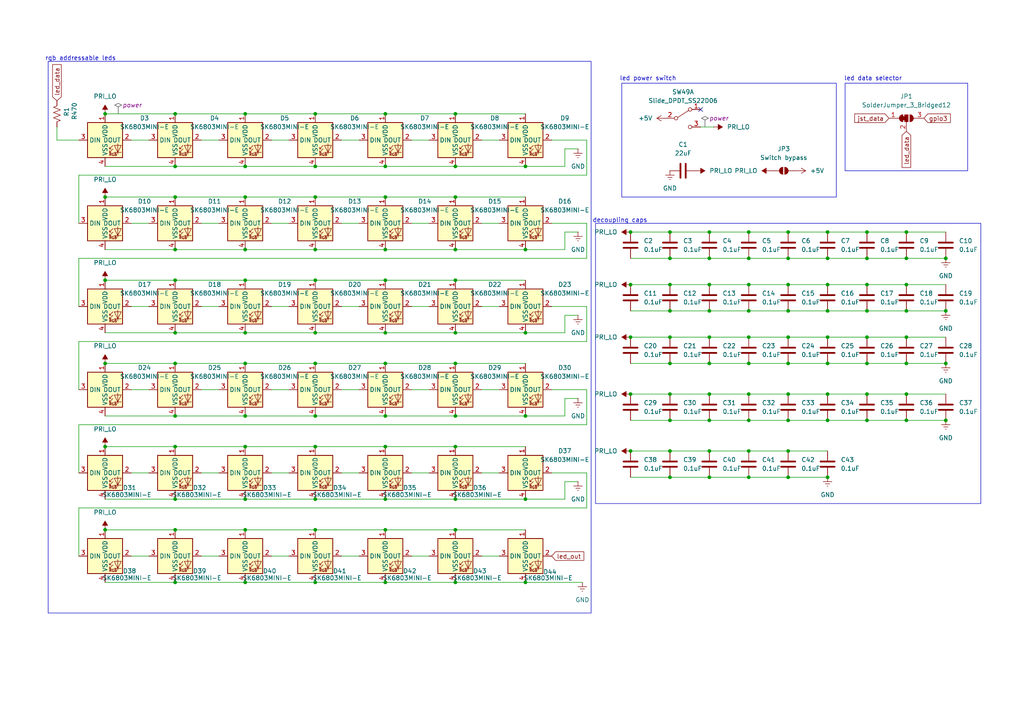
<source format=kicad_sch>
(kicad_sch (version 20231120) (generator "eeschema") (generator_version "8.0")
  (paper "A4")
  (title_block (title "coquette parpar led matrix") (date "2025-01-04") (rev "2.0"))
  (junction (at 30.48 33.02))
  (junction (at 262.89 114.3))
  (junction (at 50.8 105.41))
  (junction (at 262.89 97.79))
  (junction (at 132.08 168.91))
  (junction (at 91.44 33.02))
  (junction (at 111.76 48.26))
  (junction (at 111.76 120.65))
  (junction (at 262.89 67.31))
  (junction (at 251.46 82.55))
  (junction (at 217.17 130.81))
  (junction (at 132.08 144.78))
  (junction (at 152.4 96.52))
  (junction (at 91.44 168.91))
  (junction (at 205.74 74.93))
  (junction (at 262.89 121.92))
  (junction (at 152.4 144.78))
  (junction (at 240.03 138.43))
  (junction (at 205.74 90.17))
  (junction (at 251.46 74.93))
  (junction (at 91.44 153.67))
  (junction (at 182.88 130.81))
  (junction (at 205.74 67.31))
  (junction (at 228.6 138.43))
  (junction (at 71.12 81.28))
  (junction (at 205.74 105.41))
  (junction (at 217.17 90.17))
  (junction (at 50.8 72.39))
  (junction (at 71.12 129.54))
  (junction (at 217.17 82.55))
  (junction (at 30.48 81.28))
  (junction (at 262.89 82.55))
  (junction (at 30.48 129.54))
  (junction (at 194.31 130.81))
  (junction (at 132.08 105.41))
  (junction (at 228.6 114.3))
  (junction (at 228.6 130.81))
  (junction (at 274.32 90.17))
  (junction (at 194.31 97.79))
  (junction (at 228.6 90.17))
  (junction (at 111.76 33.02))
  (junction (at 194.31 67.31))
  (junction (at 50.8 96.52))
  (junction (at 132.08 129.54))
  (junction (at 251.46 121.92))
  (junction (at 71.12 105.41))
  (junction (at 240.03 74.93))
  (junction (at 71.12 153.67))
  (junction (at 217.17 97.79))
  (junction (at 71.12 72.39))
  (junction (at 262.89 74.93))
  (junction (at 228.6 97.79))
  (junction (at 50.8 33.02))
  (junction (at 132.08 120.65))
  (junction (at 262.89 105.41))
  (junction (at 111.76 105.41))
  (junction (at 217.17 121.92))
  (junction (at 194.31 74.93))
  (junction (at 228.6 67.31))
  (junction (at 274.32 74.93))
  (junction (at 194.31 121.92))
  (junction (at 111.76 153.67))
  (junction (at 194.31 105.41))
  (junction (at 274.32 105.41))
  (junction (at 240.03 97.79))
  (junction (at 111.76 72.39))
  (junction (at 91.44 81.28))
  (junction (at 194.31 90.17))
  (junction (at 217.17 114.3))
  (junction (at 182.88 82.55))
  (junction (at 205.74 130.81))
  (junction (at 91.44 120.65))
  (junction (at 251.46 97.79))
  (junction (at 132.08 96.52))
  (junction (at 152.4 72.39))
  (junction (at 251.46 90.17))
  (junction (at 91.44 129.54))
  (junction (at 50.8 120.65))
  (junction (at 228.6 82.55))
  (junction (at 240.03 82.55))
  (junction (at 182.88 67.31))
  (junction (at 217.17 67.31))
  (junction (at 91.44 96.52))
  (junction (at 71.12 120.65))
  (junction (at 205.74 82.55))
  (junction (at 251.46 67.31))
  (junction (at 111.76 81.28))
  (junction (at 71.12 168.91))
  (junction (at 91.44 105.41))
  (junction (at 274.32 121.92))
  (junction (at 132.08 48.26))
  (junction (at 152.4 48.26))
  (junction (at 111.76 144.78))
  (junction (at 228.6 105.41))
  (junction (at 205.74 114.3))
  (junction (at 152.4 120.65))
  (junction (at 111.76 96.52))
  (junction (at 217.17 74.93))
  (junction (at 132.08 33.02))
  (junction (at 132.08 81.28))
  (junction (at 50.8 153.67))
  (junction (at 71.12 57.15))
  (junction (at 132.08 72.39))
  (junction (at 50.8 81.28))
  (junction (at 50.8 144.78))
  (junction (at 217.17 105.41))
  (junction (at 182.88 114.3))
  (junction (at 132.08 153.67))
  (junction (at 240.03 114.3))
  (junction (at 50.8 129.54))
  (junction (at 217.17 138.43))
  (junction (at 111.76 57.15))
  (junction (at 50.8 57.15))
  (junction (at 91.44 48.26))
  (junction (at 182.88 97.79))
  (junction (at 194.31 138.43))
  (junction (at 71.12 48.26))
  (junction (at 30.48 105.41))
  (junction (at 205.74 138.43))
  (junction (at 205.74 97.79))
  (junction (at 132.08 57.15))
  (junction (at 71.12 96.52))
  (junction (at 240.03 67.31))
  (junction (at 262.89 90.17))
  (junction (at 251.46 105.41))
  (junction (at 91.44 72.39))
  (junction (at 194.31 82.55))
  (junction (at 240.03 105.41))
  (junction (at 240.03 121.92))
  (junction (at 50.8 48.26))
  (junction (at 152.4 168.91))
  (junction (at 71.12 144.78))
  (junction (at 251.46 114.3))
  (junction (at 194.31 114.3))
  (junction (at 50.8 168.91))
  (junction (at 71.12 33.02))
  (junction (at 228.6 74.93))
  (junction (at 240.03 90.17))
  (junction (at 91.44 57.15))
  (junction (at 111.76 129.54))
  (junction (at 30.48 153.67))
  (junction (at 30.48 57.15))
  (junction (at 205.74 121.92))
  (junction (at 228.6 121.92))
  (junction (at 111.76 168.91))
  (junction (at 91.44 144.78))
  (no_connect (at 203.2 31.75))
  (wire (pts (xy 240.03 90.17) (xy 251.46 90.17)))
  (wire (pts (xy 251.46 67.31) (xy 262.89 67.31)))
  (wire (pts (xy 132.08 57.15) (xy 152.4 57.15)))
  (wire (pts (xy 91.44 57.15) (xy 111.76 57.15)))
  (wire (pts (xy 167.64 91.44) (xy 163.83 91.44)))
  (wire (pts (xy 111.76 144.78) (xy 132.08 144.78)))
  (wire (pts (xy 217.17 138.43) (xy 228.6 138.43)))
  (wire (pts (xy 240.03 82.55) (xy 251.46 82.55)))
  (wire (pts (xy 228.6 82.55) (xy 240.03 82.55)))
  (wire (pts (xy 182.88 90.17) (xy 194.31 90.17)))
  (wire (pts (xy 50.8 48.26) (xy 71.12 48.26)))
  (wire (pts (xy 262.89 105.41) (xy 274.32 105.41)))
  (wire (pts (xy 111.76 48.26) (xy 132.08 48.26)))
  (wire (pts (xy 182.88 130.81) (xy 194.31 130.81)))
  (wire (pts (xy 30.48 81.28) (xy 50.8 81.28)))
  (wire (pts (xy 163.83 144.78) (xy 152.4 144.78)))
  (wire (pts (xy 91.44 81.28) (xy 111.76 81.28)))
  (wire (pts (xy 38.1 40.64) (xy 43.18 40.64)))
  (wire (pts (xy 152.4 168.91) (xy 132.08 168.91)))
  (wire (pts (xy 205.74 82.55) (xy 217.17 82.55)))
  (wire (pts (xy 71.12 57.15) (xy 91.44 57.15)))
  (wire (pts (xy 228.6 114.3) (xy 240.03 114.3)))
  (wire (pts (xy 38.1 64.77) (xy 43.18 64.77)))
  (wire (pts (xy 262.89 82.55) (xy 274.32 82.55)))
  (wire (pts (xy 50.8 120.65) (xy 71.12 120.65)))
  (wire (pts (xy 78.74 40.64) (xy 83.82 40.64)))
  (wire (pts (xy 111.76 105.41) (xy 132.08 105.41)))
  (wire (pts (xy 251.46 114.3) (xy 262.89 114.3)))
  (wire (pts (xy 217.17 67.31) (xy 228.6 67.31)))
  (wire (pts (xy 30.48 57.15) (xy 50.8 57.15)))
  (wire (pts (xy 71.12 48.26) (xy 91.44 48.26)))
  (wire (pts (xy 50.8 81.28) (xy 71.12 81.28)))
  (wire (pts (xy 50.8 96.52) (xy 71.12 96.52)))
  (wire (pts (xy 38.1 137.16) (xy 43.18 137.16)))
  (wire (pts (xy 91.44 129.54) (xy 111.76 129.54)))
  (wire (pts (xy 217.17 97.79) (xy 228.6 97.79)))
  (wire (pts (xy 170.18 74.93) (xy 22.86 74.93)))
  (wire (pts (xy 251.46 121.92) (xy 262.89 121.92)))
  (wire (pts (xy 194.31 121.92) (xy 205.74 121.92)))
  (wire (pts (xy 262.89 97.79) (xy 274.32 97.79)))
  (wire (pts (xy 111.76 168.91) (xy 91.44 168.91)))
  (wire (pts (xy 170.18 147.32) (xy 22.86 147.32)))
  (wire (pts (xy 50.8 57.15) (xy 71.12 57.15)))
  (wire (pts (xy 71.12 153.67) (xy 91.44 153.67)))
  (wire (pts (xy 71.12 72.39) (xy 91.44 72.39)))
  (wire (pts (xy 132.08 168.91) (xy 111.76 168.91)))
  (wire (pts (xy 99.06 88.9) (xy 104.14 88.9)))
  (wire (pts (xy 50.8 129.54) (xy 71.12 129.54)))
  (wire (pts (xy 119.38 137.16) (xy 124.46 137.16)))
  (wire (pts (xy 91.44 72.39) (xy 111.76 72.39)))
  (wire (pts (xy 194.31 67.31) (xy 205.74 67.31)))
  (wire (pts (xy 58.42 88.9) (xy 63.5 88.9)))
  (wire (pts (xy 262.89 74.93) (xy 274.32 74.93)))
  (wire (pts (xy 111.76 33.02) (xy 132.08 33.02)))
  (wire (pts (xy 163.83 115.57) (xy 163.83 120.65)))
  (wire (pts (xy 163.83 72.39) (xy 152.4 72.39)))
  (wire (pts (xy 30.48 72.39) (xy 50.8 72.39)))
  (wire (pts (xy 182.88 114.3) (xy 194.31 114.3)))
  (wire (pts (xy 111.76 72.39) (xy 132.08 72.39)))
  (wire (pts (xy 163.83 91.44) (xy 163.83 96.52)))
  (wire (pts (xy 99.06 113.03) (xy 104.14 113.03)))
  (wire (pts (xy 170.18 123.19) (xy 22.86 123.19)))
  (wire (pts (xy 163.83 120.65) (xy 152.4 120.65)))
  (wire (pts (xy 16.51 40.64) (xy 22.86 40.64)))
  (wire (pts (xy 170.18 88.9) (xy 160.02 88.9)))
  (wire (pts (xy 228.6 74.93) (xy 240.03 74.93)))
  (wire (pts (xy 78.74 161.29) (xy 83.82 161.29)))
  (wire (pts (xy 182.88 138.43) (xy 194.31 138.43)))
  (wire (pts (xy 182.88 121.92) (xy 194.31 121.92)))
  (wire (pts (xy 205.74 74.93) (xy 217.17 74.93)))
  (wire (pts (xy 228.6 105.41) (xy 240.03 105.41)))
  (wire (pts (xy 111.76 120.65) (xy 132.08 120.65)))
  (wire (pts (xy 30.48 48.26) (xy 50.8 48.26)))
  (wire (pts (xy 163.83 139.7) (xy 163.83 144.78)))
  (wire (pts (xy 170.18 113.03) (xy 160.02 113.03)))
  (wire (pts (xy 71.12 33.02) (xy 91.44 33.02)))
  (wire (pts (xy 119.38 88.9) (xy 124.46 88.9)))
  (wire (pts (xy 50.8 168.91) (xy 71.12 168.91)))
  (wire (pts (xy 251.46 82.55) (xy 262.89 82.55)))
  (wire (pts (xy 228.6 130.81) (xy 240.03 130.81)))
  (wire (pts (xy 119.38 40.64) (xy 124.46 40.64)))
  (wire (pts (xy 240.03 97.79) (xy 251.46 97.79)))
  (wire (pts (xy 170.18 137.16) (xy 160.02 137.16)))
  (wire (pts (xy 262.89 90.17) (xy 274.32 90.17)))
  (wire (pts (xy 111.76 81.28) (xy 132.08 81.28)))
  (wire (pts (xy 111.76 153.67) (xy 132.08 153.67)))
  (wire (pts (xy 91.44 144.78) (xy 111.76 144.78)))
  (wire (pts (xy 119.38 161.29) (xy 124.46 161.29)))
  (wire (pts (xy 132.08 33.02) (xy 152.4 33.02)))
  (wire (pts (xy 240.03 74.93) (xy 251.46 74.93)))
  (wire (pts (xy 139.7 137.16) (xy 144.78 137.16)))
  (wire (pts (xy 207.01 36.83) (xy 203.2 36.83)))
  (wire (pts (xy 139.7 88.9) (xy 144.78 88.9)))
  (wire (pts (xy 99.06 64.77) (xy 104.14 64.77)))
  (wire (pts (xy 182.88 105.41) (xy 194.31 105.41)))
  (wire (pts (xy 78.74 137.16) (xy 83.82 137.16)))
  (wire (pts (xy 111.76 57.15) (xy 132.08 57.15)))
  (wire (pts (xy 71.12 105.41) (xy 91.44 105.41)))
  (wire (pts (xy 119.38 113.03) (xy 124.46 113.03)))
  (wire (pts (xy 163.83 67.31) (xy 163.83 72.39)))
  (wire (pts (xy 30.48 144.78) (xy 50.8 144.78)))
  (wire (pts (xy 91.44 48.26) (xy 111.76 48.26)))
  (wire (pts (xy 71.12 129.54) (xy 91.44 129.54)))
  (wire (pts (xy 58.42 137.16) (xy 63.5 137.16)))
  (wire (pts (xy 240.03 67.31) (xy 251.46 67.31)))
  (wire (pts (xy 139.7 64.77) (xy 144.78 64.77)))
  (wire (pts (xy 111.76 96.52) (xy 132.08 96.52)))
  (wire (pts (xy 205.74 121.92) (xy 217.17 121.92)))
  (wire (pts (xy 132.08 105.41) (xy 152.4 105.41)))
  (wire (pts (xy 58.42 113.03) (xy 63.5 113.03)))
  (wire (pts (xy 22.86 50.8) (xy 22.86 64.77)))
  (wire (pts (xy 205.74 130.81) (xy 217.17 130.81)))
  (wire (pts (xy 170.18 88.9) (xy 170.18 99.06)))
  (wire (pts (xy 194.31 74.93) (xy 205.74 74.93)))
  (wire (pts (xy 71.12 120.65) (xy 91.44 120.65)))
  (wire (pts (xy 132.08 144.78) (xy 152.4 144.78)))
  (wire (pts (xy 58.42 64.77) (xy 63.5 64.77)))
  (wire (pts (xy 194.31 90.17) (xy 205.74 90.17)))
  (wire (pts (xy 30.48 105.41) (xy 50.8 105.41)))
  (wire (pts (xy 132.08 72.39) (xy 152.4 72.39)))
  (wire (pts (xy 262.89 121.92) (xy 274.32 121.92)))
  (wire (pts (xy 217.17 114.3) (xy 228.6 114.3)))
  (wire (pts (xy 91.44 153.67) (xy 111.76 153.67)))
  (wire (pts (xy 170.18 40.64) (xy 160.02 40.64)))
  (wire (pts (xy 22.86 74.93) (xy 22.86 88.9)))
  (wire (pts (xy 71.12 96.52) (xy 91.44 96.52)))
  (wire (pts (xy 91.44 105.41) (xy 111.76 105.41)))
  (wire (pts (xy 132.08 48.26) (xy 152.4 48.26)))
  (wire (pts (xy 205.74 114.3) (xy 217.17 114.3)))
  (wire (pts (xy 50.8 72.39) (xy 71.12 72.39)))
  (wire (pts (xy 182.88 67.31) (xy 194.31 67.31)))
  (wire (pts (xy 78.74 88.9) (xy 83.82 88.9)))
  (wire (pts (xy 119.38 64.77) (xy 124.46 64.77)))
  (wire (pts (xy 78.74 113.03) (xy 83.82 113.03)))
  (wire (pts (xy 182.88 97.79) (xy 194.31 97.79)))
  (wire (pts (xy 194.31 82.55) (xy 205.74 82.55)))
  (wire (pts (xy 50.8 144.78) (xy 71.12 144.78)))
  (wire (pts (xy 205.74 67.31) (xy 217.17 67.31)))
  (wire (pts (xy 163.83 48.26) (xy 152.4 48.26)))
  (wire (pts (xy 194.31 114.3) (xy 205.74 114.3)))
  (wire (pts (xy 240.03 114.3) (xy 251.46 114.3)))
  (wire (pts (xy 205.74 105.41) (xy 217.17 105.41)))
  (wire (pts (xy 132.08 96.52) (xy 152.4 96.52)))
  (wire (pts (xy 99.06 40.64) (xy 104.14 40.64)))
  (wire (pts (xy 132.08 129.54) (xy 152.4 129.54)))
  (wire (pts (xy 228.6 121.92) (xy 240.03 121.92)))
  (wire (pts (xy 194.31 138.43) (xy 205.74 138.43)))
  (wire (pts (xy 194.31 130.81) (xy 205.74 130.81)))
  (wire (pts (xy 228.6 97.79) (xy 240.03 97.79)))
  (wire (pts (xy 240.03 138.43) (xy 228.6 138.43)))
  (wire (pts (xy 182.88 82.55) (xy 194.31 82.55)))
  (wire (pts (xy 132.08 153.67) (xy 152.4 153.67)))
  (wire (pts (xy 50.8 33.02) (xy 71.12 33.02)))
  (wire (pts (xy 22.86 123.19) (xy 22.86 137.16)))
  (wire (pts (xy 99.06 137.16) (xy 104.14 137.16)))
  (wire (pts (xy 30.48 96.52) (xy 50.8 96.52)))
  (wire (pts (xy 217.17 90.17) (xy 228.6 90.17)))
  (wire (pts (xy 99.06 161.29) (xy 104.14 161.29)))
  (wire (pts (xy 251.46 90.17) (xy 262.89 90.17)))
  (wire (pts (xy 170.18 99.06) (xy 22.86 99.06)))
  (wire (pts (xy 30.48 33.02) (xy 50.8 33.02)))
  (wire (pts (xy 71.12 144.78) (xy 91.44 144.78)))
  (wire (pts (xy 217.17 105.41) (xy 228.6 105.41)))
  (wire (pts (xy 167.64 115.57) (xy 163.83 115.57)))
  (wire (pts (xy 38.1 88.9) (xy 43.18 88.9)))
  (wire (pts (xy 251.46 97.79) (xy 262.89 97.79)))
  (wire (pts (xy 139.7 161.29) (xy 144.78 161.29)))
  (wire (pts (xy 170.18 64.77) (xy 170.18 74.93)))
  (wire (pts (xy 217.17 130.81) (xy 228.6 130.81)))
  (wire (pts (xy 91.44 33.02) (xy 111.76 33.02)))
  (wire (pts (xy 30.48 120.65) (xy 50.8 120.65)))
  (wire (pts (xy 240.03 105.41) (xy 251.46 105.41)))
  (wire (pts (xy 16.51 36.83) (xy 16.51 40.64)))
  (wire (pts (xy 167.64 139.7) (xy 163.83 139.7)))
  (wire (pts (xy 182.88 74.93) (xy 194.31 74.93)))
  (wire (pts (xy 217.17 74.93) (xy 228.6 74.93)))
  (wire (pts (xy 30.48 168.91) (xy 50.8 168.91)))
  (wire (pts (xy 167.64 67.31) (xy 163.83 67.31)))
  (wire (pts (xy 91.44 168.91) (xy 71.12 168.91)))
  (wire (pts (xy 194.31 97.79) (xy 205.74 97.79)))
  (wire (pts (xy 194.31 105.41) (xy 205.74 105.41)))
  (wire (pts (xy 30.48 129.54) (xy 50.8 129.54)))
  (wire (pts (xy 78.74 64.77) (xy 83.82 64.77)))
  (wire (pts (xy 167.64 43.18) (xy 163.83 43.18)))
  (wire (pts (xy 205.74 90.17) (xy 217.17 90.17)))
  (wire (pts (xy 251.46 74.93) (xy 262.89 74.93)))
  (wire (pts (xy 22.86 99.06) (xy 22.86 113.03)))
  (wire (pts (xy 139.7 40.64) (xy 144.78 40.64)))
  (wire (pts (xy 251.46 105.41) (xy 262.89 105.41)))
  (wire (pts (xy 168.91 168.91) (xy 152.4 168.91)))
  (wire (pts (xy 38.1 113.03) (xy 43.18 113.03)))
  (wire (pts (xy 111.76 129.54) (xy 132.08 129.54)))
  (wire (pts (xy 217.17 121.92) (xy 228.6 121.92)))
  (wire (pts (xy 58.42 40.64) (xy 63.5 40.64)))
  (wire (pts (xy 132.08 81.28) (xy 152.4 81.28)))
  (wire (pts (xy 205.74 97.79) (xy 217.17 97.79)))
  (wire (pts (xy 22.86 147.32) (xy 22.86 161.29)))
  (wire (pts (xy 170.18 40.64) (xy 170.18 50.8)))
  (wire (pts (xy 262.89 67.31) (xy 274.32 67.31)))
  (wire (pts (xy 163.83 96.52) (xy 152.4 96.52)))
  (wire (pts (xy 228.6 90.17) (xy 240.03 90.17)))
  (wire (pts (xy 50.8 105.41) (xy 71.12 105.41)))
  (wire (pts (xy 132.08 120.65) (xy 152.4 120.65)))
  (wire (pts (xy 170.18 137.16) (xy 170.18 147.32)))
  (wire (pts (xy 71.12 81.28) (xy 91.44 81.28)))
  (wire (pts (xy 240.03 121.92) (xy 251.46 121.92)))
  (wire (pts (xy 228.6 67.31) (xy 240.03 67.31)))
  (wire (pts (xy 170.18 113.03) (xy 170.18 123.19)))
  (wire (pts (xy 217.17 82.55) (xy 228.6 82.55)))
  (wire (pts (xy 38.1 161.29) (xy 43.18 161.29)))
  (wire (pts (xy 139.7 113.03) (xy 144.78 113.03)))
  (wire (pts (xy 91.44 96.52) (xy 111.76 96.52)))
  (wire (pts (xy 58.42 161.29) (xy 63.5 161.29)))
  (wire (pts (xy 50.8 153.67) (xy 71.12 153.67)))
  (wire (pts (xy 163.83 43.18) (xy 163.83 48.26)))
  (wire (pts (xy 205.74 138.43) (xy 217.17 138.43)))
  (wire (pts (xy 170.18 64.77) (xy 160.02 64.77)))
  (wire (pts (xy 30.48 153.67) (xy 50.8 153.67)))
  (wire (pts (xy 91.44 120.65) (xy 111.76 120.65)))
  (wire (pts (xy 170.18 50.8) (xy 22.86 50.8)))
  (wire (pts (xy 262.89 114.3) (xy 274.32 114.3)))
  (rectangle (start 245.11 24.13) (end 280.67 49.53))
  (rectangle (start 172.72 64.77) (end 284.48 146.05))
  (rectangle (start 13.97 17.78) (end 171.45 177.8))
  (rectangle (start 180.34 24.13) (end 242.57 57.15))
  (text "decoupling caps" (at 179.832 64.008 0) (effects (font (size 1.27 1.27))))
  (text "led data selector" (at 253.238 22.86 0) (effects (font (size 1.27 1.27))))
  (text "led power switch" (at 187.96 22.86 0) (effects (font (size 1.27 1.27))))
  (text "rgb addressable leds" (at 23.368 17.018 0) (effects (font (size 1.27 1.27))))
  (global_label "gpio3" (shape input) (at 267.97 34.29 0) (property "Intersheetrefs" "${INTERSHEET_REFS}" (effects (hide yes))))
  (global_label "led_data" (shape input) (at 262.89 38.1 270) (property "Intersheetrefs" "${INTERSHEET_REFS}" (effects (hide yes))))
  (global_label "led_out" (shape input) (at 160.02 161.29 0) (property "Intersheetrefs" "${INTERSHEET_REFS}" (effects (hide yes))))
  (global_label "jst_data" (shape input) (at 257.81 34.29 180) (property "Intersheetrefs" "${INTERSHEET_REFS}" (effects (hide yes))))
  (global_label "led_data" (shape input) (at 16.51 29.21 90) (property "Intersheetrefs" "${INTERSHEET_REFS}" (effects (hide yes))))
  (netclass_flag "" (length 2.54) (shape diamond) (at 204.47 36.83 0) (property "Netclass" "power" (at 205.6765 34.29 0) (effects (font (italic yes)) (justify left))))
  (netclass_flag "" (length 2.54) (shape diamond) (at 34.29 33.02 0) (property "Netclass" "power" (at 35.4965 30.48 0) (effects (font (italic yes)) (justify left))))
  (symbol (lib_id "marbastlib-various:SK6812MINI-E") (at 132.08 40.64 0) (unit 1)
    (property "Reference" "D8" (at 143.51 34.2613 0))
    (property "Value" "SK6803MINI-E" (at 143.51 36.8013 0))
    (property "Footprint" "marbastlib-various:LED_6028R" (effects (hide yes)))
    (property "Datasheet" "https://cdn-shop.adafruit.com/product-files/2686/SK6812MINI_REV.01-1-2.pdf" (effects (hide yes)))
    (property "Description" "Reverse mount adressable LED (WS2812 protocol)" (effects (hide yes)))
  )
  (symbol (lib_id "marbastlib-various:SK6812MINI-E") (at 91.44 40.64 0) (unit 1)
    (property "Reference" "D6" (at 102.87 34.2613 0))
    (property "Value" "SK6803MINI-E" (at 102.87 36.8013 0))
    (property "Footprint" "marbastlib-various:LED_6028R" (effects (hide yes)))
    (property "Datasheet" "https://cdn-shop.adafruit.com/product-files/2686/SK6812MINI_REV.01-1-2.pdf" (effects (hide yes)))
    (property "Description" "Reverse mount adressable LED (WS2812 protocol)" (effects (hide yes)))
  )
  (symbol (lib_id "Device:C") (at 240.03 86.36 0) (mirror y) (unit 1)
    (property "Reference" "C16" (at 243.84 85.0899 0) (effects (justify right)))
    (property "Value" "0.1uF" (at 243.84 87.6299 0) (effects (justify right)))
    (property "Footprint" "Capacitor_SMD:C_0805_2012Metric" (effects (hide yes)))
    (property "Description" "Unpolarized capacitor" (effects (hide yes)))
  )
  (symbol (lib_id "Device:C") (at 205.74 118.11 0) (unit 1)
    (property "Reference" "C31" (at 209.55 116.8399 0) (effects (justify left)))
    (property "Value" "0.1uF" (at 209.55 119.3799 0) (effects (justify left)))
    (property "Footprint" "Capacitor_SMD:C_0805_2012Metric" (effects (hide yes)))
    (property "Description" "Unpolarized capacitor" (effects (hide yes)))
  )
  (symbol (lib_id "marbastlib-various:SK6812MINI-E") (at 132.08 64.77 0) (unit 1)
    (property "Reference" "D15" (at 143.51 58.3913 0))
    (property "Value" "SK6803MINI-E" (at 143.51 60.9313 0))
    (property "Footprint" "marbastlib-various:LED_6028R" (effects (hide yes)))
    (property "Datasheet" "https://cdn-shop.adafruit.com/product-files/2686/SK6812MINI_REV.01-1-2.pdf" (effects (hide yes)))
    (property "Description" "Reverse mount adressable LED (WS2812 protocol)" (effects (hide yes)))
  )
  (symbol (lib_id "marbastlib-various:SK6812MINI-E") (at 71.12 88.9 0) (unit 1)
    (property "Reference" "D19" (at 82.55 82.5213 0))
    (property "Value" "SK6803MINI-E" (at 82.55 85.0613 0))
    (property "Footprint" "marbastlib-various:LED_6028R" (effects (hide yes)))
    (property "Datasheet" "https://cdn-shop.adafruit.com/product-files/2686/SK6812MINI_REV.01-1-2.pdf" (effects (hide yes)))
    (property "Description" "Reverse mount adressable LED (WS2812 protocol)" (effects (hide yes)))
  )
  (symbol (lib_id "marbastlib-various:SK6812MINI-E") (at 132.08 113.03 0) (unit 1)
    (property "Reference" "D29" (at 143.51 106.6513 0))
    (property "Value" "SK6803MINI-E" (at 143.51 109.1913 0))
    (property "Footprint" "marbastlib-various:LED_6028R" (effects (hide yes)))
    (property "Datasheet" "https://cdn-shop.adafruit.com/product-files/2686/SK6812MINI_REV.01-1-2.pdf" (effects (hide yes)))
    (property "Description" "Reverse mount adressable LED (WS2812 protocol)" (effects (hide yes)))
  )
  (symbol (lib_id "power:PRI_LO") (at 30.48 153.67 0) (unit 1)
    (property "Reference" "#PWR053" (effects (hide yes)))
    (property "Value" "PRI_LO" (at 30.48 148.59 0))
    (property "Description" "Power symbol creates a global label with name \"PRI_LO\"" (effects (hide yes)))
  )
  (symbol (lib_id "power:Earth") (at 168.91 168.91 0) (unit 1)
    (property "Reference" "#PWR054" (effects (hide yes)))
    (property "Value" "GND" (at 168.91 173.99 0))
    (property "Description" "Power symbol creates a global label with name \"Earth\"" (effects (hide yes)))
  )
  (symbol (lib_id "Device:C") (at 228.6 134.62 0) (unit 1)
    (property "Reference" "C42" (at 232.41 133.3499 0) (effects (justify left)))
    (property "Value" "0.1uF" (at 232.41 135.8899 0) (effects (justify left)))
    (property "Footprint" "Capacitor_SMD:C_0805_2012Metric" (effects (hide yes)))
    (property "Description" "Unpolarized capacitor" (effects (hide yes)))
  )
  (symbol (lib_id "marbastlib-various:SK6812MINI-E") (at 152.4 88.9 0) (unit 1)
    (property "Reference" "D23" (at 163.83 82.5213 0))
    (property "Value" "SK6803MINI-E" (at 163.83 85.0613 0))
    (property "Footprint" "marbastlib-various:LED_6028R" (effects (hide yes)))
    (property "Datasheet" "https://cdn-shop.adafruit.com/product-files/2686/SK6812MINI_REV.01-1-2.pdf" (effects (hide yes)))
    (property "Description" "Reverse mount adressable LED (WS2812 protocol)" (effects (hide yes)))
  )
  (symbol (lib_id "marbastlib-various:SK6812MINI-E") (at 71.12 137.16 0) (unit 1)
    (property "Reference" "D33" (at 78.232 141.478 0))
    (property "Value" "SK6803MINI-E" (at 77.47 143.51 0))
    (property "Footprint" "marbastlib-various:LED_6028R" (effects (hide yes)))
    (property "Datasheet" "https://cdn-shop.adafruit.com/product-files/2686/SK6812MINI_REV.01-1-2.pdf" (effects (hide yes)))
    (property "Description" "Reverse mount adressable LED (WS2812 protocol)" (effects (hide yes)))
  )
  (symbol (lib_id "Device:C") (at 217.17 71.12 0) (mirror y) (unit 1)
    (property "Reference" "C5" (at 220.98 69.8499 0) (effects (justify right)))
    (property "Value" "0.1uF" (at 220.98 72.3899 0) (effects (justify right)))
    (property "Footprint" "Capacitor_SMD:C_0805_2012Metric" (effects (hide yes)))
    (property "Description" "Unpolarized capacitor" (effects (hide yes)))
  )
  (symbol (lib_id "Device:C") (at 182.88 86.36 0) (mirror y) (unit 1)
    (property "Reference" "C11" (at 186.69 85.0899 0) (effects (justify right)))
    (property "Value" "0.1uF" (at 186.69 87.6299 0) (effects (justify right)))
    (property "Footprint" "Capacitor_SMD:C_0805_2012Metric" (effects (hide yes)))
    (property "Description" "Unpolarized capacitor" (effects (hide yes)))
  )
  (symbol (lib_id "Device:C") (at 182.88 71.12 0) (mirror y) (unit 1)
    (property "Reference" "C2" (at 186.69 69.8499 0) (effects (justify right)))
    (property "Value" "0.1uF" (at 186.69 72.3899 0) (effects (justify right)))
    (property "Footprint" "Capacitor_SMD:C_0805_2012Metric" (effects (hide yes)))
    (property "Description" "Unpolarized capacitor" (effects (hide yes)))
  )
  (symbol (lib_id "Device:C") (at 228.6 71.12 0) (mirror y) (unit 1)
    (property "Reference" "C6" (at 232.41 69.8499 0) (effects (justify right)))
    (property "Value" "0.1uF" (at 232.41 72.3899 0) (effects (justify right)))
    (property "Footprint" "Capacitor_SMD:C_0805_2012Metric" (effects (hide yes)))
    (property "Description" "Unpolarized capacitor" (effects (hide yes)))
  )
  (symbol (lib_id "marbastlib-various:SK6812MINI-E") (at 152.4 113.03 0) (unit 1)
    (property "Reference" "D30" (at 163.83 106.6513 0))
    (property "Value" "SK6803MINI-E" (at 163.83 109.1913 0))
    (property "Footprint" "marbastlib-various:LED_6028R" (effects (hide yes)))
    (property "Datasheet" "https://cdn-shop.adafruit.com/product-files/2686/SK6812MINI_REV.01-1-2.pdf" (effects (hide yes)))
    (property "Description" "Reverse mount adressable LED (WS2812 protocol)" (effects (hide yes)))
  )
  (symbol (lib_id "Device:C") (at 240.03 118.11 0) (unit 1)
    (property "Reference" "C34" (at 243.84 116.8399 0) (effects (justify left)))
    (property "Value" "0.1uF" (at 243.84 119.3799 0) (effects (justify left)))
    (property "Footprint" "Capacitor_SMD:C_0805_2012Metric" (effects (hide yes)))
    (property "Description" "Unpolarized capacitor" (effects (hide yes)))
  )
  (symbol (lib_id "marbastlib-various:SK6812MINI-E") (at 50.8 64.77 0) (unit 1)
    (property "Reference" "D11" (at 62.23 58.3913 0))
    (property "Value" "SK6803MINI-E" (at 62.23 60.9313 0))
    (property "Footprint" "marbastlib-various:LED_6028R" (effects (hide yes)))
    (property "Datasheet" "https://cdn-shop.adafruit.com/product-files/2686/SK6812MINI_REV.01-1-2.pdf" (effects (hide yes)))
    (property "Description" "Reverse mount adressable LED (WS2812 protocol)" (effects (hide yes)))
  )
  (symbol (lib_id "marbastlib-various:SK6812MINI-E") (at 50.8 161.29 0) (unit 1)
    (property "Reference" "D39" (at 57.912 165.608 0))
    (property "Value" "SK6803MINI-E" (at 57.15 167.64 0))
    (property "Footprint" "marbastlib-various:LED_6028R" (effects (hide yes)))
    (property "Datasheet" "https://cdn-shop.adafruit.com/product-files/2686/SK6812MINI_REV.01-1-2.pdf" (effects (hide yes)))
    (property "Description" "Reverse mount adressable LED (WS2812 protocol)" (effects (hide yes)))
  )
  (symbol (lib_id "power:Earth") (at 274.32 74.93 0) (unit 1)
    (property "Reference" "#PWR037" (effects (hide yes)))
    (property "Value" "GND" (at 274.32 80.01 0))
    (property "Description" "Power symbol creates a global label with name \"Earth\"" (effects (hide yes)))
  )
  (symbol (lib_id "marbastlib-various:SK6812MINI-E") (at 91.44 113.03 0) (unit 1)
    (property "Reference" "D27" (at 102.87 106.6513 0))
    (property "Value" "SK6803MINI-E" (at 102.87 109.1913 0))
    (property "Footprint" "marbastlib-various:LED_6028R" (effects (hide yes)))
    (property "Datasheet" "https://cdn-shop.adafruit.com/product-files/2686/SK6812MINI_REV.01-1-2.pdf" (effects (hide yes)))
    (property "Description" "Reverse mount adressable LED (WS2812 protocol)" (effects (hide yes)))
  )
  (symbol (lib_id "marbastlib-various:SK6812MINI-E") (at 111.76 113.03 0) (unit 1)
    (property "Reference" "D28" (at 123.19 106.6513 0))
    (property "Value" "SK6803MINI-E" (at 123.19 109.1913 0))
    (property "Footprint" "marbastlib-various:LED_6028R" (effects (hide yes)))
    (property "Datasheet" "https://cdn-shop.adafruit.com/product-files/2686/SK6812MINI_REV.01-1-2.pdf" (effects (hide yes)))
    (property "Description" "Reverse mount adressable LED (WS2812 protocol)" (effects (hide yes)))
  )
  (symbol (lib_id "marbastlib-various:SK6812MINI-E") (at 50.8 113.03 0) (unit 1)
    (property "Reference" "D25" (at 62.23 106.6513 0))
    (property "Value" "SK6803MINI-E" (at 62.23 109.1913 0))
    (property "Footprint" "marbastlib-various:LED_6028R" (effects (hide yes)))
    (property "Datasheet" "https://cdn-shop.adafruit.com/product-files/2686/SK6812MINI_REV.01-1-2.pdf" (effects (hide yes)))
    (property "Description" "Reverse mount adressable LED (WS2812 protocol)" (effects (hide yes)))
  )
  (symbol (lib_id "Device:C") (at 251.46 101.6 0) (unit 1)
    (property "Reference" "C26" (at 255.27 100.3299 0) (effects (justify left)))
    (property "Value" "0.1uF" (at 255.27 102.8699 0) (effects (justify left)))
    (property "Footprint" "Capacitor_SMD:C_0805_2012Metric" (effects (hide yes)))
    (property "Description" "Unpolarized capacitor" (effects (hide yes)))
  )
  (symbol (lib_id "Device:C") (at 251.46 118.11 0) (unit 1)
    (property "Reference" "C35" (at 255.27 116.8399 0) (effects (justify left)))
    (property "Value" "0.1uF" (at 255.27 119.3799 0) (effects (justify left)))
    (property "Footprint" "Capacitor_SMD:C_0805_2012Metric" (effects (hide yes)))
    (property "Description" "Unpolarized capacitor" (effects (hide yes)))
  )
  (symbol (lib_id "Device:C") (at 198.12 49.53 270) (unit 1)
    (property "Reference" "C1" (at 198.12 41.91 90))
    (property "Value" "22uF" (at 198.12 44.45 90))
    (property "Footprint" "Capacitor_SMD:C_0805_2012Metric" (effects (hide yes)))
    (property "Description" "Unpolarized capacitor" (effects (hide yes)))
  )
  (symbol (lib_id "Device:C") (at 205.74 101.6 0) (unit 1)
    (property "Reference" "C22" (at 209.55 100.3299 0) (effects (justify left)))
    (property "Value" "0.1uF" (at 209.55 102.8699 0) (effects (justify left)))
    (property "Footprint" "Capacitor_SMD:C_0805_2012Metric" (effects (hide yes)))
    (property "Description" "Unpolarized capacitor" (effects (hide yes)))
  )
  (symbol (lib_id "marbastlib-various:SK6812MINI-E") (at 132.08 88.9 0) (unit 1)
    (property "Reference" "D22" (at 143.51 82.5213 0))
    (property "Value" "SK6803MINI-E" (at 143.51 85.0613 0))
    (property "Footprint" "marbastlib-various:LED_6028R" (effects (hide yes)))
    (property "Datasheet" "https://cdn-shop.adafruit.com/product-files/2686/SK6812MINI_REV.01-1-2.pdf" (effects (hide yes)))
    (property "Description" "Reverse mount adressable LED (WS2812 protocol)" (effects (hide yes)))
  )
  (symbol (lib_id "power:Earth") (at 167.64 115.57 0) (unit 1)
    (property "Reference" "#PWR050" (effects (hide yes)))
    (property "Value" "GND" (at 167.64 120.65 0))
    (property "Description" "Power symbol creates a global label with name \"Earth\"" (effects (hide yes)))
  )
  (symbol (lib_id "Device:C") (at 240.03 71.12 0) (mirror y) (unit 1)
    (property "Reference" "C7" (at 243.84 69.8499 0) (effects (justify right)))
    (property "Value" "0.1uF" (at 243.84 72.3899 0) (effects (justify right)))
    (property "Footprint" "Capacitor_SMD:C_0805_2012Metric" (effects (hide yes)))
    (property "Description" "Unpolarized capacitor" (effects (hide yes)))
  )
  (symbol (lib_id "marbastlib-various:SK6812MINI-E") (at 30.48 137.16 0) (unit 1)
    (property "Reference" "D31" (at 37.592 141.478 0))
    (property "Value" "SK6803MINI-E" (at 36.83 143.51 0))
    (property "Footprint" "marbastlib-various:LED_6028R" (effects (hide yes)))
    (property "Datasheet" "https://cdn-shop.adafruit.com/product-files/2686/SK6812MINI_REV.01-1-2.pdf" (effects (hide yes)))
    (property "Description" "Reverse mount adressable LED (WS2812 protocol)" (effects (hide yes)))
  )
  (symbol (lib_id "Device:C") (at 262.89 101.6 0) (unit 1)
    (property "Reference" "C27" (at 266.7 100.3299 0) (effects (justify left)))
    (property "Value" "0.1uF" (at 266.7 102.8699 0) (effects (justify left)))
    (property "Footprint" "Capacitor_SMD:C_0805_2012Metric" (effects (hide yes)))
    (property "Description" "Unpolarized capacitor" (effects (hide yes)))
  )
  (symbol (lib_id "marbastlib-various:SK6812MINI-E") (at 30.48 113.03 0) (unit 1)
    (property "Reference" "D24" (at 41.91 106.6513 0))
    (property "Value" "SK6803MINI-E" (at 41.91 109.1913 0))
    (property "Footprint" "marbastlib-various:LED_6028R" (effects (hide yes)))
    (property "Datasheet" "https://cdn-shop.adafruit.com/product-files/2686/SK6812MINI_REV.01-1-2.pdf" (effects (hide yes)))
    (property "Description" "Reverse mount adressable LED (WS2812 protocol)" (effects (hide yes)))
  )
  (symbol (lib_id "power:PRI_LO") (at 223.52 49.53 90) (unit 1)
    (property "Reference" "#PWR0125" (effects (hide yes)))
    (property "Value" "PRI_LO" (at 219.71 49.5299 90) (effects (justify left)))
    (property "Description" "Power symbol creates a global label with name \"PRI_LO\"" (effects (hide yes)))
  )
  (symbol (lib_id "marbastlib-various:SK6812MINI-E") (at 152.4 40.64 0) (unit 1)
    (property "Reference" "D9" (at 163.83 34.2613 0))
    (property "Value" "SK6803MINI-E" (at 163.83 36.8013 0))
    (property "Footprint" "marbastlib-various:LED_6028R" (effects (hide yes)))
    (property "Datasheet" "https://cdn-shop.adafruit.com/product-files/2686/SK6812MINI_REV.01-1-2.pdf" (effects (hide yes)))
    (property "Description" "Reverse mount adressable LED (WS2812 protocol)" (effects (hide yes)))
  )
  (symbol (lib_id "Device:C") (at 274.32 101.6 0) (unit 1)
    (property "Reference" "C28" (at 278.13 100.3299 0) (effects (justify left)))
    (property "Value" "0.1uF" (at 278.13 102.8699 0) (effects (justify left)))
    (property "Footprint" "Capacitor_SMD:C_0805_2012Metric" (effects (hide yes)))
    (property "Description" "Unpolarized capacitor" (effects (hide yes)))
  )
  (symbol (lib_id "power:PRI_LO") (at 30.48 81.28 0) (unit 1)
    (property "Reference" "#PWR041" (effects (hide yes)))
    (property "Value" "PRI_LO" (at 30.48 76.2 0))
    (property "Description" "Power symbol creates a global label with name \"PRI_LO\"" (effects (hide yes)))
  )
  (symbol (lib_id "PCM_4ms_Switch:Slide_DPDT_SS22D06") (at 198.12 34.29 0) (unit 1)
    (property "Reference" "SW49" (at 198.12 26.67 0))
    (property "Value" "Slide_DPDT_SS22D06" (at 198.12 29.21 0))
    (property "Footprint" "Button_Switch_SMD:SW_DPDT_CK_JS202011JCQN" (effects (hide yes)))
    (property "Description" "On/On, SubMini toggle 2-position" (effects (hide yes)))
    (property "Specifications" "On/On, SubMini toggle 2-position" (effects (hide yes)))
    (property "Manufacturer" "RunRun" (effects (hide yes)))
    (property "Part Number" "SS22D06" (effects (hide yes)))
  )
  (symbol (lib_id "Device:C") (at 194.31 71.12 0) (mirror y) (unit 1)
    (property "Reference" "C3" (at 198.12 69.8499 0) (effects (justify right)))
    (property "Value" "0.1uF" (at 198.12 72.3899 0) (effects (justify right)))
    (property "Footprint" "Capacitor_SMD:C_0805_2012Metric" (effects (hide yes)))
    (property "Description" "Unpolarized capacitor" (effects (hide yes)))
  )
  (symbol (lib_id "Device:C") (at 262.89 86.36 0) (mirror y) (unit 1)
    (property "Reference" "C18" (at 266.7 85.0899 0) (effects (justify right)))
    (property "Value" "0.1uF" (at 266.7 87.6299 0) (effects (justify right)))
    (property "Footprint" "Capacitor_SMD:C_0805_2012Metric" (effects (hide yes)))
    (property "Description" "Unpolarized capacitor" (effects (hide yes)))
  )
  (symbol (lib_id "marbastlib-various:SK6812MINI-E") (at 30.48 88.9 0) (unit 1)
    (property "Reference" "D17" (at 41.91 82.5213 0))
    (property "Value" "SK6803MINI-E" (at 41.91 85.0613 0))
    (property "Footprint" "marbastlib-various:LED_6028R" (effects (hide yes)))
    (property "Datasheet" "https://cdn-shop.adafruit.com/product-files/2686/SK6812MINI_REV.01-1-2.pdf" (effects (hide yes)))
    (property "Description" "Reverse mount adressable LED (WS2812 protocol)" (effects (hide yes)))
  )
  (symbol (lib_id "marbastlib-various:SK6812MINI-E") (at 111.76 40.64 0) (unit 1)
    (property "Reference" "D7" (at 123.19 34.2613 0))
    (property "Value" "SK6803MINI-E" (at 123.19 36.8013 0))
    (property "Footprint" "marbastlib-various:LED_6028R" (effects (hide yes)))
    (property "Datasheet" "https://cdn-shop.adafruit.com/product-files/2686/SK6812MINI_REV.01-1-2.pdf" (effects (hide yes)))
    (property "Description" "Reverse mount adressable LED (WS2812 protocol)" (effects (hide yes)))
  )
  (symbol (lib_id "Device:C") (at 205.74 134.62 0) (unit 1)
    (property "Reference" "C40" (at 209.55 133.3499 0) (effects (justify left)))
    (property "Value" "0.1uF" (at 209.55 135.8899 0) (effects (justify left)))
    (property "Footprint" "Capacitor_SMD:C_0805_2012Metric" (effects (hide yes)))
    (property "Description" "Unpolarized capacitor" (effects (hide yes)))
  )
  (symbol (lib_id "Device:C") (at 262.89 118.11 0) (unit 1)
    (property "Reference" "C36" (at 266.7 116.8399 0) (effects (justify left)))
    (property "Value" "0.1uF" (at 266.7 119.3799 0) (effects (justify left)))
    (property "Footprint" "Capacitor_SMD:C_0805_2012Metric" (effects (hide yes)))
    (property "Description" "Unpolarized capacitor" (effects (hide yes)))
  )
  (symbol (lib_id "Device:C") (at 205.74 86.36 0) (mirror y) (unit 1)
    (property "Reference" "C13" (at 209.55 85.0899 0) (effects (justify right)))
    (property "Value" "0.1uF" (at 209.55 87.6299 0) (effects (justify right)))
    (property "Footprint" "Capacitor_SMD:C_0805_2012Metric" (effects (hide yes)))
    (property "Description" "Unpolarized capacitor" (effects (hide yes)))
  )
  (symbol (lib_id "marbastlib-various:SK6812MINI-E") (at 111.76 161.29 0) (unit 1)
    (property "Reference" "D42" (at 118.872 165.608 0))
    (property "Value" "SK6803MINI-E" (at 118.11 167.64 0))
    (property "Footprint" "marbastlib-various:LED_6028R" (effects (hide yes)))
    (property "Datasheet" "https://cdn-shop.adafruit.com/product-files/2686/SK6812MINI_REV.01-1-2.pdf" (effects (hide yes)))
    (property "Description" "Reverse mount adressable LED (WS2812 protocol)" (effects (hide yes)))
  )
  (symbol (lib_id "power:+5V") (at 231.14 49.53 270) (unit 1)
    (property "Reference" "#PWR0126" (effects (hide yes)))
    (property "Value" "+5V" (at 234.95 49.5299 90) (effects (justify left)))
    (property "Description" "Power symbol creates a global label with name \"+5V\"" (effects (hide yes)))
  )
  (symbol (lib_id "Device:C") (at 251.46 71.12 0) (mirror y) (unit 1)
    (property "Reference" "C8" (at 255.27 69.8499 0) (effects (justify right)))
    (property "Value" "0.1uF" (at 255.27 72.3899 0) (effects (justify right)))
    (property "Footprint" "Capacitor_SMD:C_0805_2012Metric" (effects (hide yes)))
    (property "Description" "Unpolarized capacitor" (effects (hide yes)))
  )
  (symbol (lib_id "power:PRI_LO") (at 30.48 57.15 0) (unit 1)
    (property "Reference" "#PWR035" (effects (hide yes)))
    (property "Value" "PRI_LO" (at 30.48 52.07 0))
    (property "Description" "Power symbol creates a global label with name \"PRI_LO\"" (effects (hide yes)))
  )
  (symbol (lib_id "Device:C") (at 228.6 101.6 0) (unit 1)
    (property "Reference" "C24" (at 232.41 100.3299 0) (effects (justify left)))
    (property "Value" "0.1uF" (at 232.41 102.8699 0) (effects (justify left)))
    (property "Footprint" "Capacitor_SMD:C_0805_2012Metric" (effects (hide yes)))
    (property "Description" "Unpolarized capacitor" (effects (hide yes)))
  )
  (symbol (lib_id "power:Earth") (at 274.32 105.41 0) (unit 1)
    (property "Reference" "#PWR043" (effects (hide yes)))
    (property "Value" "GND" (at 274.32 110.49 0))
    (property "Description" "Power symbol creates a global label with name \"Earth\"" (effects (hide yes)))
  )
  (symbol (lib_id "power:PRI_LO") (at 207.01 36.83 270) (unit 1)
    (property "Reference" "#PWR031" (effects (hide yes)))
    (property "Value" "PRI_LO" (at 210.82 36.8299 90) (effects (justify left)))
    (property "Description" "Power symbol creates a global label with name \"PRI_LO\"" (effects (hide yes)))
  )
  (symbol (lib_id "Device:C") (at 251.46 86.36 0) (mirror y) (unit 1)
    (property "Reference" "C17" (at 255.27 85.0899 0) (effects (justify right)))
    (property "Value" "0.1uF" (at 255.27 87.6299 0) (effects (justify right)))
    (property "Footprint" "Capacitor_SMD:C_0805_2012Metric" (effects (hide yes)))
    (property "Description" "Unpolarized capacitor" (effects (hide yes)))
  )
  (symbol (lib_id "power:PRI_LO") (at 182.88 82.55 90) (unit 1)
    (property "Reference" "#PWR038" (effects (hide yes)))
    (property "Value" "PRI_LO" (at 179.07 82.5499 90) (effects (justify left)))
    (property "Description" "Power symbol creates a global label with name \"PRI_LO\"" (effects (hide yes)))
  )
  (symbol (lib_id "marbastlib-various:SK6812MINI-E") (at 71.12 113.03 0) (unit 1)
    (property "Reference" "D26" (at 82.55 106.6513 0))
    (property "Value" "SK6803MINI-E" (at 82.55 109.1913 0))
    (property "Footprint" "marbastlib-various:LED_6028R" (effects (hide yes)))
    (property "Datasheet" "https://cdn-shop.adafruit.com/product-files/2686/SK6812MINI_REV.01-1-2.pdf" (effects (hide yes)))
    (property "Description" "Reverse mount adressable LED (WS2812 protocol)" (effects (hide yes)))
  )
  (symbol (lib_id "Device:C") (at 217.17 134.62 0) (unit 1)
    (property "Reference" "C41" (at 220.98 133.3499 0) (effects (justify left)))
    (property "Value" "0.1uF" (at 220.98 135.8899 0) (effects (justify left)))
    (property "Footprint" "Capacitor_SMD:C_0805_2012Metric" (effects (hide yes)))
    (property "Description" "Unpolarized capacitor" (effects (hide yes)))
  )
  (symbol (lib_id "Device:R_US") (at 16.51 33.02 0) (mirror x) (unit 1)
    (property "Reference" "R1" (at 19.304 33.782 90) (effects (justify right)))
    (property "Value" "R470" (at 21.59 34.798 90) (effects (justify right)))
    (property "Footprint" "Resistor_SMD:R_0805_2012Metric" (effects (hide yes)))
    (property "Description" "Resistor, US symbol" (effects (hide yes)))
  )
  (symbol (lib_id "Device:C") (at 182.88 118.11 0) (unit 1)
    (property "Reference" "C29" (at 186.69 116.8399 0) (effects (justify left)))
    (property "Value" "0.1uF" (at 186.69 119.3799 0) (effects (justify left)))
    (property "Footprint" "Capacitor_SMD:C_0805_2012Metric" (effects (hide yes)))
    (property "Description" "Unpolarized capacitor" (effects (hide yes)))
  )
  (symbol (lib_id "Device:C") (at 194.31 101.6 0) (unit 1)
    (property "Reference" "C21" (at 198.12 100.3299 0) (effects (justify left)))
    (property "Value" "0.1uF" (at 198.12 102.8699 0) (effects (justify left)))
    (property "Footprint" "Capacitor_SMD:C_0805_2012Metric" (effects (hide yes)))
    (property "Description" "Unpolarized capacitor" (effects (hide yes)))
  )
  (symbol (lib_id "marbastlib-various:SK6812MINI-E") (at 111.76 137.16 0) (unit 1)
    (property "Reference" "D35" (at 118.872 141.478 0))
    (property "Value" "SK6803MINI-E" (at 118.11 143.51 0))
    (property "Footprint" "marbastlib-various:LED_6028R" (effects (hide yes)))
    (property "Datasheet" "https://cdn-shop.adafruit.com/product-files/2686/SK6812MINI_REV.01-1-2.pdf" (effects (hide yes)))
    (property "Description" "Reverse mount adressable LED (WS2812 protocol)" (effects (hide yes)))
  )
  (symbol (lib_id "power:+5V") (at 193.04 34.29 90) (unit 1)
    (property "Reference" "#PWR030" (effects (hide yes)))
    (property "Value" "+5V" (at 189.23 34.2899 90) (effects (justify left)))
    (property "Description" "Power symbol creates a global label with name \"+5V\"" (effects (hide yes)))
  )
  (symbol (lib_id "power:PRI_LO") (at 30.48 33.02 0) (unit 1)
    (property "Reference" "#PWR029" (effects (hide yes)))
    (property "Value" "PRI_LO" (at 30.48 27.94 0))
    (property "Description" "Power symbol creates a global label with name \"PRI_LO\"" (effects (hide yes)))
  )
  (symbol (lib_id "power:Earth") (at 274.32 121.92 0) (unit 1)
    (property "Reference" "#PWR046" (effects (hide yes)))
    (property "Value" "GND" (at 274.32 127 0))
    (property "Description" "Power symbol creates a global label with name \"Earth\"" (effects (hide yes)))
  )
  (symbol (lib_id "Device:C") (at 274.32 118.11 0) (unit 1)
    (property "Reference" "C37" (at 278.13 116.8399 0) (effects (justify left)))
    (property "Value" "0.1uF" (at 278.13 119.3799 0) (effects (justify left)))
    (property "Footprint" "Capacitor_SMD:C_0805_2012Metric" (effects (hide yes)))
    (property "Description" "Unpolarized capacitor" (effects (hide yes)))
  )
  (symbol (lib_id "marbastlib-various:SK6812MINI-E") (at 132.08 161.29 0) (unit 1)
    (property "Reference" "D43" (at 139.192 165.608 0))
    (property "Value" "SK6803MINI-E" (at 138.43 167.64 0))
    (property "Footprint" "marbastlib-various:LED_6028R" (effects (hide yes)))
    (property "Datasheet" "https://cdn-shop.adafruit.com/product-files/2686/SK6812MINI_REV.01-1-2.pdf" (effects (hide yes)))
    (property "Description" "Reverse mount adressable LED (WS2812 protocol)" (effects (hide yes)))
  )
  (symbol (lib_id "marbastlib-various:SK6812MINI-E") (at 111.76 88.9 0) (unit 1)
    (property "Reference" "D21" (at 123.19 82.5213 0))
    (property "Value" "SK6803MINI-E" (at 123.19 85.0613 0))
    (property "Footprint" "marbastlib-various:LED_6028R" (effects (hide yes)))
    (property "Datasheet" "https://cdn-shop.adafruit.com/product-files/2686/SK6812MINI_REV.01-1-2.pdf" (effects (hide yes)))
    (property "Description" "Reverse mount adressable LED (WS2812 protocol)" (effects (hide yes)))
  )
  (symbol (lib_id "Device:C") (at 194.31 134.62 0) (unit 1)
    (property "Reference" "C39" (at 198.12 133.3499 0) (effects (justify left)))
    (property "Value" "0.1uF" (at 198.12 135.8899 0) (effects (justify left)))
    (property "Footprint" "Capacitor_SMD:C_0805_2012Metric" (effects (hide yes)))
    (property "Description" "Unpolarized capacitor" (effects (hide yes)))
  )
  (symbol (lib_id "Device:C") (at 217.17 118.11 0) (unit 1)
    (property "Reference" "C32" (at 220.98 116.8399 0) (effects (justify left)))
    (property "Value" "0.1uF" (at 220.98 119.3799 0) (effects (justify left)))
    (property "Footprint" "Capacitor_SMD:C_0805_2012Metric" (effects (hide yes)))
    (property "Description" "Unpolarized capacitor" (effects (hide yes)))
  )
  (symbol (lib_id "power:Earth") (at 240.03 138.43 0) (unit 1)
    (property "Reference" "#PWR049" (effects (hide yes)))
    (property "Value" "GND" (at 240.03 143.51 0))
    (property "Description" "Power symbol creates a global label with name \"Earth\"" (effects (hide yes)))
  )
  (symbol (lib_id "marbastlib-various:SK6812MINI-E") (at 71.12 40.64 0) (unit 1)
    (property "Reference" "D5" (at 82.55 34.2613 0))
    (property "Value" "SK6803MINI-E" (at 82.55 36.8013 0))
    (property "Footprint" "marbastlib-various:LED_6028R" (effects (hide yes)))
    (property "Datasheet" "https://cdn-shop.adafruit.com/product-files/2686/SK6812MINI_REV.01-1-2.pdf" (effects (hide yes)))
    (property "Description" "Reverse mount adressable LED (WS2812 protocol)" (effects (hide yes)))
  )
  (symbol (lib_id "marbastlib-various:SK6812MINI-E") (at 71.12 161.29 0) (unit 1)
    (property "Reference" "D40" (at 78.232 165.608 0))
    (property "Value" "SK6803MINI-E" (at 77.47 167.64 0))
    (property "Footprint" "marbastlib-various:LED_6028R" (effects (hide yes)))
    (property "Datasheet" "https://cdn-shop.adafruit.com/product-files/2686/SK6812MINI_REV.01-1-2.pdf" (effects (hide yes)))
    (property "Description" "Reverse mount adressable LED (WS2812 protocol)" (effects (hide yes)))
  )
  (symbol (lib_id "Device:C") (at 274.32 86.36 0) (unit 1)
    (property "Reference" "C19" (at 278.13 85.0899 0) (effects (justify left)))
    (property "Value" "0.1uF" (at 278.13 87.6299 0) (effects (justify left)))
    (property "Footprint" "Capacitor_SMD:C_0805_2012Metric" (effects (hide yes)))
    (property "Description" "Unpolarized capacitor" (effects (hide yes)))
  )
  (symbol (lib_id "power:PRI_LO") (at 182.88 130.81 90) (unit 1)
    (property "Reference" "#PWR048" (effects (hide yes)))
    (property "Value" "PRI_LO" (at 179.07 130.8099 90) (effects (justify left)))
    (property "Description" "Power symbol creates a global label with name \"PRI_LO\"" (effects (hide yes)))
  )
  (symbol (lib_id "power:PRI_LO") (at 201.93 49.53 270) (unit 1)
    (property "Reference" "#PWR034" (effects (hide yes)))
    (property "Value" "PRI_LO" (at 205.74 49.5299 90) (effects (justify left)))
    (property "Description" "Power symbol creates a global label with name \"PRI_LO\"" (effects (hide yes)))
  )
  (symbol (lib_id "marbastlib-various:SK6812MINI-E") (at 50.8 40.64 0) (unit 1)
    (property "Reference" "D4" (at 62.23 34.2613 0))
    (property "Value" "SK6803MINI-E" (at 62.23 36.8013 0))
    (property "Footprint" "marbastlib-various:LED_6028R" (effects (hide yes)))
    (property "Datasheet" "https://cdn-shop.adafruit.com/product-files/2686/SK6812MINI_REV.01-1-2.pdf" (effects (hide yes)))
    (property "Description" "Reverse mount adressable LED (WS2812 protocol)" (effects (hide yes)))
  )
  (symbol (lib_id "marbastlib-various:SK6812MINI-E") (at 30.48 161.29 0) (unit 1)
    (property "Reference" "D38" (at 37.592 165.608 0))
    (property "Value" "SK6803MINI-E" (at 36.83 167.64 0))
    (property "Footprint" "marbastlib-various:LED_6028R" (effects (hide yes)))
    (property "Datasheet" "https://cdn-shop.adafruit.com/product-files/2686/SK6812MINI_REV.01-1-2.pdf" (effects (hide yes)))
    (property "Description" "Reverse mount adressable LED (WS2812 protocol)" (effects (hide yes)))
  )
  (symbol (lib_id "Device:C") (at 228.6 86.36 0) (mirror y) (unit 1)
    (property "Reference" "C15" (at 232.41 85.0899 0) (effects (justify right)))
    (property "Value" "0.1uF" (at 232.41 87.6299 0) (effects (justify right)))
    (property "Footprint" "Capacitor_SMD:C_0805_2012Metric" (effects (hide yes)))
    (property "Description" "Unpolarized capacitor" (effects (hide yes)))
  )
  (symbol (lib_id "marbastlib-various:SK6812MINI-E") (at 30.48 64.77 0) (unit 1)
    (property "Reference" "D10" (at 41.91 58.3913 0))
    (property "Value" "SK6803MINI-E" (at 41.91 60.9313 0))
    (property "Footprint" "marbastlib-various:LED_6028R" (effects (hide yes)))
    (property "Datasheet" "https://cdn-shop.adafruit.com/product-files/2686/SK6812MINI_REV.01-1-2.pdf" (effects (hide yes)))
    (property "Description" "Reverse mount adressable LED (WS2812 protocol)" (effects (hide yes)))
  )
  (symbol (lib_id "power:Earth") (at 167.64 67.31 0) (unit 1)
    (property "Reference" "#PWR039" (effects (hide yes)))
    (property "Value" "GND" (at 167.64 72.39 0))
    (property "Description" "Power symbol creates a global label with name \"Earth\"" (effects (hide yes)))
  )
  (symbol (lib_id "Device:C") (at 240.03 101.6 0) (unit 1)
    (property "Reference" "C25" (at 243.84 100.3299 0) (effects (justify left)))
    (property "Value" "0.1uF" (at 243.84 102.8699 0) (effects (justify left)))
    (property "Footprint" "Capacitor_SMD:C_0805_2012Metric" (effects (hide yes)))
    (property "Description" "Unpolarized capacitor" (effects (hide yes)))
  )
  (symbol (lib_id "Jumper:SolderJumper_3_Bridged12") (at 262.89 34.29 0) (unit 1) (exclude_from_sim yes) (in_bom no)
    (property "Reference" "JP1" (at 262.89 27.94 0))
    (property "Value" "SolderJumper_3_Bridged12" (at 262.89 30.48 0))
    (property "Footprint" "Jumper:SolderJumper-3_P1.3mm_Bridged12_RoundedPad1.0x1.5mm" (effects (hide yes)))
    (property "Description" "3-pole Solder Jumper, pins 1+2 closed/bridged" (effects (hide yes)))
  )
  (symbol (lib_id "Device:C") (at 217.17 101.6 0) (unit 1)
    (property "Reference" "C23" (at 220.98 100.3299 0) (effects (justify left)))
    (property "Value" "0.1uF" (at 220.98 102.8699 0) (effects (justify left)))
    (property "Footprint" "Capacitor_SMD:C_0805_2012Metric" (effects (hide yes)))
    (property "Description" "Unpolarized capacitor" (effects (hide yes)))
  )
  (symbol (lib_id "marbastlib-various:SK6812MINI-E") (at 152.4 137.16 0) (unit 1)
    (property "Reference" "D37" (at 163.83 130.7813 0))
    (property "Value" "SK6803MINI-E" (at 163.83 133.3213 0))
    (property "Footprint" "marbastlib-various:LED_6028R" (effects (hide yes)))
    (property "Datasheet" "https://cdn-shop.adafruit.com/product-files/2686/SK6812MINI_REV.01-1-2.pdf" (effects (hide yes)))
    (property "Description" "Reverse mount adressable LED (WS2812 protocol)" (effects (hide yes)))
  )
  (symbol (lib_id "Device:C") (at 182.88 101.6 0) (unit 1)
    (property "Reference" "C20" (at 186.69 100.3299 0) (effects (justify left)))
    (property "Value" "0.1uF" (at 186.69 102.8699 0) (effects (justify left)))
    (property "Footprint" "Capacitor_SMD:C_0805_2012Metric" (effects (hide yes)))
    (property "Description" "Unpolarized capacitor" (effects (hide yes)))
  )
  (symbol (lib_id "Device:C") (at 240.03 134.62 0) (unit 1)
    (property "Reference" "C43" (at 243.84 133.3499 0) (effects (justify left)))
    (property "Value" "0.1uF" (at 243.84 135.8899 0) (effects (justify left)))
    (property "Footprint" "Capacitor_SMD:C_0805_2012Metric" (effects (hide yes)))
    (property "Description" "Unpolarized capacitor" (effects (hide yes)))
  )
  (symbol (lib_id "marbastlib-various:SK6812MINI-E") (at 50.8 137.16 0) (unit 1)
    (property "Reference" "D32" (at 57.912 141.478 0))
    (property "Value" "SK6803MINI-E" (at 57.15 143.51 0))
    (property "Footprint" "marbastlib-various:LED_6028R" (effects (hide yes)))
    (property "Datasheet" "https://cdn-shop.adafruit.com/product-files/2686/SK6812MINI_REV.01-1-2.pdf" (effects (hide yes)))
    (property "Description" "Reverse mount adressable LED (WS2812 protocol)" (effects (hide yes)))
  )
  (symbol (lib_id "marbastlib-various:SK6812MINI-E") (at 152.4 161.29 0) (unit 1)
    (property "Reference" "D44" (at 159.512 165.862 0))
    (property "Value" "SK6803MINI-E" (at 159.004 167.64 0))
    (property "Footprint" "marbastlib-various:LED_6028R" (effects (hide yes)))
    (property "Datasheet" "https://cdn-shop.adafruit.com/product-files/2686/SK6812MINI_REV.01-1-2.pdf" (effects (hide yes)))
    (property "Description" "Reverse mount adressable LED (WS2812 protocol)" (effects (hide yes)))
  )
  (symbol (lib_id "Device:C") (at 205.74 71.12 0) (mirror y) (unit 1)
    (property "Reference" "C4" (at 209.55 69.8499 0) (effects (justify right)))
    (property "Value" "0.1uF" (at 209.55 72.3899 0) (effects (justify right)))
    (property "Footprint" "Capacitor_SMD:C_0805_2012Metric" (effects (hide yes)))
    (property "Description" "Unpolarized capacitor" (effects (hide yes)))
  )
  (symbol (lib_id "power:PRI_LO") (at 30.48 105.41 0) (unit 1)
    (property "Reference" "#PWR047" (effects (hide yes)))
    (property "Value" "PRI_LO" (at 30.48 100.33 0))
    (property "Description" "Power symbol creates a global label with name \"PRI_LO\"" (effects (hide yes)))
  )
  (symbol (lib_id "Device:C") (at 217.17 86.36 0) (mirror y) (unit 1)
    (property "Reference" "C14" (at 220.98 85.0899 0) (effects (justify right)))
    (property "Value" "0.1uF" (at 220.98 87.6299 0) (effects (justify right)))
    (property "Footprint" "Capacitor_SMD:C_0805_2012Metric" (effects (hide yes)))
    (property "Description" "Unpolarized capacitor" (effects (hide yes)))
  )
  (symbol (lib_id "marbastlib-various:SK6812MINI-E") (at 91.44 137.16 0) (unit 1)
    (property "Reference" "D34" (at 98.552 141.478 0))
    (property "Value" "SK6803MINI-E" (at 97.79 143.51 0))
    (property "Footprint" "marbastlib-various:LED_6028R" (effects (hide yes)))
    (property "Datasheet" "https://cdn-shop.adafruit.com/product-files/2686/SK6812MINI_REV.01-1-2.pdf" (effects (hide yes)))
    (property "Description" "Reverse mount adressable LED (WS2812 protocol)" (effects (hide yes)))
  )
  (symbol (lib_id "marbastlib-various:SK6812MINI-E") (at 91.44 64.77 0) (unit 1)
    (property "Reference" "D13" (at 102.87 58.3913 0))
    (property "Value" "SK6803MINI-E" (at 102.87 60.9313 0))
    (property "Footprint" "marbastlib-various:LED_6028R" (effects (hide yes)))
    (property "Datasheet" "https://cdn-shop.adafruit.com/product-files/2686/SK6812MINI_REV.01-1-2.pdf" (effects (hide yes)))
    (property "Description" "Reverse mount adressable LED (WS2812 protocol)" (effects (hide yes)))
  )
  (symbol (lib_id "marbastlib-various:SK6812MINI-E") (at 132.08 137.16 0) (unit 1)
    (property "Reference" "D36" (at 139.192 141.478 0))
    (property "Value" "SK6803MINI-E" (at 138.43 143.51 0))
    (property "Footprint" "marbastlib-various:LED_6028R" (effects (hide yes)))
    (property "Datasheet" "https://cdn-shop.adafruit.com/product-files/2686/SK6812MINI_REV.01-1-2.pdf" (effects (hide yes)))
    (property "Description" "Reverse mount adressable LED (WS2812 protocol)" (effects (hide yes)))
  )
  (symbol (lib_id "Jumper:SolderJumper_2_Open") (at 227.33 49.53 180) (unit 1) (exclude_from_sim yes) (in_bom no)
    (property "Reference" "JP3" (at 227.33 43.18 0))
    (property "Value" "Switch bypass" (at 227.33 45.72 0))
    (property "Footprint" "Jumper:SolderJumper-2_P1.3mm_Open_TrianglePad1.0x1.5mm" (effects (hide yes)))
    (property "Description" "Solder Jumper, 2-pole, open" (effects (hide yes)))
  )
  (symbol (lib_id "Device:C") (at 262.89 71.12 0) (mirror y) (unit 1)
    (property "Reference" "C9" (at 266.7 69.8499 0) (effects (justify right)))
    (property "Value" "0.1uF" (at 266.7 72.3899 0) (effects (justify right)))
    (property "Footprint" "Capacitor_SMD:C_0805_2012Metric" (effects (hide yes)))
    (property "Description" "Unpolarized capacitor" (effects (hide yes)))
  )
  (symbol (lib_id "Device:C") (at 194.31 86.36 0) (mirror y) (unit 1)
    (property "Reference" "C12" (at 198.12 85.0899 0) (effects (justify right)))
    (property "Value" "0.1uF" (at 198.12 87.6299 0) (effects (justify right)))
    (property "Footprint" "Capacitor_SMD:C_0805_2012Metric" (effects (hide yes)))
    (property "Description" "Unpolarized capacitor" (effects (hide yes)))
  )
  (symbol (lib_id "power:PRI_LO") (at 30.48 129.54 0) (unit 1)
    (property "Reference" "#PWR051" (effects (hide yes)))
    (property "Value" "PRI_LO" (at 30.48 124.46 0))
    (property "Description" "Power symbol creates a global label with name \"PRI_LO\"" (effects (hide yes)))
  )
  (symbol (lib_id "Device:C") (at 228.6 118.11 0) (unit 1)
    (property "Reference" "C33" (at 232.41 116.8399 0) (effects (justify left)))
    (property "Value" "0.1uF" (at 232.41 119.3799 0) (effects (justify left)))
    (property "Footprint" "Capacitor_SMD:C_0805_2012Metric" (effects (hide yes)))
    (property "Description" "Unpolarized capacitor" (effects (hide yes)))
  )
  (symbol (lib_id "marbastlib-various:SK6812MINI-E") (at 152.4 64.77 0) (unit 1)
    (property "Reference" "D16" (at 163.83 58.3913 0))
    (property "Value" "SK6803MINI-E" (at 163.83 60.9313 0))
    (property "Footprint" "marbastlib-various:LED_6028R" (effects (hide yes)))
    (property "Datasheet" "https://cdn-shop.adafruit.com/product-files/2686/SK6812MINI_REV.01-1-2.pdf" (effects (hide yes)))
    (property "Description" "Reverse mount adressable LED (WS2812 protocol)" (effects (hide yes)))
  )
  (symbol (lib_id "marbastlib-various:SK6812MINI-E") (at 91.44 88.9 0) (unit 1)
    (property "Reference" "D20" (at 102.87 82.5213 0))
    (property "Value" "SK6803MINI-E" (at 102.87 85.0613 0))
    (property "Footprint" "marbastlib-various:LED_6028R" (effects (hide yes)))
    (property "Datasheet" "https://cdn-shop.adafruit.com/product-files/2686/SK6812MINI_REV.01-1-2.pdf" (effects (hide yes)))
    (property "Description" "Reverse mount adressable LED (WS2812 protocol)" (effects (hide yes)))
  )
  (symbol (lib_id "power:PRI_LO") (at 182.88 97.79 90) (unit 1)
    (property "Reference" "#PWR042" (effects (hide yes)))
    (property "Value" "PRI_LO" (at 179.07 97.7899 90) (effects (justify left)))
    (property "Description" "Power symbol creates a global label with name \"PRI_LO\"" (effects (hide yes)))
  )
  (symbol (lib_id "power:Earth") (at 167.64 91.44 0) (unit 1)
    (property "Reference" "#PWR045" (effects (hide yes)))
    (property "Value" "GND" (at 167.64 96.52 0))
    (property "Description" "Power symbol creates a global label with name \"Earth\"" (effects (hide yes)))
  )
  (symbol (lib_id "power:Earth") (at 167.64 139.7 0) (unit 1)
    (property "Reference" "#PWR052" (effects (hide yes)))
    (property "Value" "GND" (at 167.64 144.78 0))
    (property "Description" "Power symbol creates a global label with name \"Earth\"" (effects (hide yes)))
  )
  (symbol (lib_id "Device:C") (at 182.88 134.62 0) (unit 1)
    (property "Reference" "C38" (at 186.69 133.3499 0) (effects (justify left)))
    (property "Value" "0.1uF" (at 186.69 135.8899 0) (effects (justify left)))
    (property "Footprint" "Capacitor_SMD:C_0805_2012Metric" (effects (hide yes)))
    (property "Description" "Unpolarized capacitor" (effects (hide yes)))
  )
  (symbol (lib_id "power:PRI_LO") (at 182.88 114.3 90) (unit 1)
    (property "Reference" "#PWR044" (effects (hide yes)))
    (property "Value" "PRI_LO" (at 179.07 114.2999 90) (effects (justify left)))
    (property "Description" "Power symbol creates a global label with name \"PRI_LO\"" (effects (hide yes)))
  )
  (symbol (lib_id "power:Earth") (at 194.31 49.53 0) (unit 1)
    (property "Reference" "#PWR033" (effects (hide yes)))
    (property "Value" "GND" (at 194.31 54.61 0))
    (property "Description" "Power symbol creates a global label with name \"Earth\"" (effects (hide yes)))
  )
  (symbol (lib_id "power:Earth") (at 167.64 43.18 0) (unit 1)
    (property "Reference" "#PWR032" (effects (hide yes)))
    (property "Value" "GND" (at 167.64 48.26 0))
    (property "Description" "Power symbol creates a global label with name \"Earth\"" (effects (hide yes)))
  )
  (symbol (lib_id "Device:C") (at 274.32 71.12 0) (mirror y) (unit 1)
    (property "Reference" "C10" (at 278.13 69.8499 0) (effects (justify right)))
    (property "Value" "0.1uF" (at 278.13 72.3899 0) (effects (justify right)))
    (property "Footprint" "Capacitor_SMD:C_0805_2012Metric" (effects (hide yes)))
    (property "Description" "Unpolarized capacitor" (effects (hide yes)))
  )
  (symbol (lib_id "marbastlib-various:SK6812MINI-E") (at 91.44 161.29 0) (unit 1)
    (property "Reference" "D41" (at 98.552 165.608 0))
    (property "Value" "SK6803MINI-E" (at 97.79 167.64 0))
    (property "Footprint" "marbastlib-various:LED_6028R" (effects (hide yes)))
    (property "Datasheet" "https://cdn-shop.adafruit.com/product-files/2686/SK6812MINI_REV.01-1-2.pdf" (effects (hide yes)))
    (property "Description" "Reverse mount adressable LED (WS2812 protocol)" (effects (hide yes)))
  )
  (symbol (lib_id "marbastlib-various:SK6812MINI-E") (at 111.76 64.77 0) (unit 1)
    (property "Reference" "D14" (at 123.19 58.3913 0))
    (property "Value" "SK6803MINI-E" (at 123.19 60.9313 0))
    (property "Footprint" "marbastlib-various:LED_6028R" (effects (hide yes)))
    (property "Datasheet" "https://cdn-shop.adafruit.com/product-files/2686/SK6812MINI_REV.01-1-2.pdf" (effects (hide yes)))
    (property "Description" "Reverse mount adressable LED (WS2812 protocol)" (effects (hide yes)))
  )
  (symbol (lib_id "marbastlib-various:SK6812MINI-E") (at 50.8 88.9 0) (unit 1)
    (property "Reference" "D18" (at 62.23 82.5213 0))
    (property "Value" "SK6803MINI-E" (at 62.23 85.0613 0))
    (property "Footprint" "marbastlib-various:LED_6028R" (effects (hide yes)))
    (property "Datasheet" "https://cdn-shop.adafruit.com/product-files/2686/SK6812MINI_REV.01-1-2.pdf" (effects (hide yes)))
    (property "Description" "Reverse mount adressable LED (WS2812 protocol)" (effects (hide yes)))
  )
  (symbol (lib_id "power:PRI_LO") (at 182.88 67.31 90) (unit 1)
    (property "Reference" "#PWR036" (effects (hide yes)))
    (property "Value" "PRI_LO" (at 179.07 67.3099 90) (effects (justify left)))
    (property "Description" "Power symbol creates a global label with name \"PRI_LO\"" (effects (hide yes)))
  )
  (symbol (lib_id "marbastlib-various:SK6812MINI-E") (at 71.12 64.77 0) (unit 1)
    (property "Reference" "D12" (at 82.55 58.3913 0))
    (property "Value" "SK6803MINI-E" (at 82.55 60.9313 0))
    (property "Footprint" "marbastlib-various:LED_6028R" (effects (hide yes)))
    (property "Datasheet" "https://cdn-shop.adafruit.com/product-files/2686/SK6812MINI_REV.01-1-2.pdf" (effects (hide yes)))
    (property "Description" "Reverse mount adressable LED (WS2812 protocol)" (effects (hide yes)))
  )
  (symbol (lib_id "marbastlib-various:SK6812MINI-E") (at 30.48 40.64 0) (unit 1)
    (property "Reference" "D3" (at 41.91 34.2613 0))
    (property "Value" "SK6803MINI-E" (at 41.91 36.8013 0))
    (property "Footprint" "marbastlib-various:LED_6028R" (effects (hide yes)))
    (property "Datasheet" "https://cdn-shop.adafruit.com/product-files/2686/SK6812MINI_REV.01-1-2.pdf" (effects (hide yes)))
    (property "Description" "Reverse mount adressable LED (WS2812 protocol)" (effects (hide yes)))
  )
  (symbol (lib_id "Device:C") (at 194.31 118.11 0) (unit 1)
    (property "Reference" "C30" (at 198.12 116.8399 0) (effects (justify left)))
    (property "Value" "0.1uF" (at 198.12 119.3799 0) (effects (justify left)))
    (property "Footprint" "Capacitor_SMD:C_0805_2012Metric" (effects (hide yes)))
    (property "Description" "Unpolarized capacitor" (effects (hide yes)))
  )
  (symbol (lib_id "power:Earth") (at 274.32 90.17 0) (unit 1)
    (property "Reference" "#PWR040" (effects (hide yes)))
    (property "Value" "GND" (at 274.32 95.25 0))
    (property "Description" "Power symbol creates a global label with name \"Earth\"" (effects (hide yes)))
  )
)
</source>
